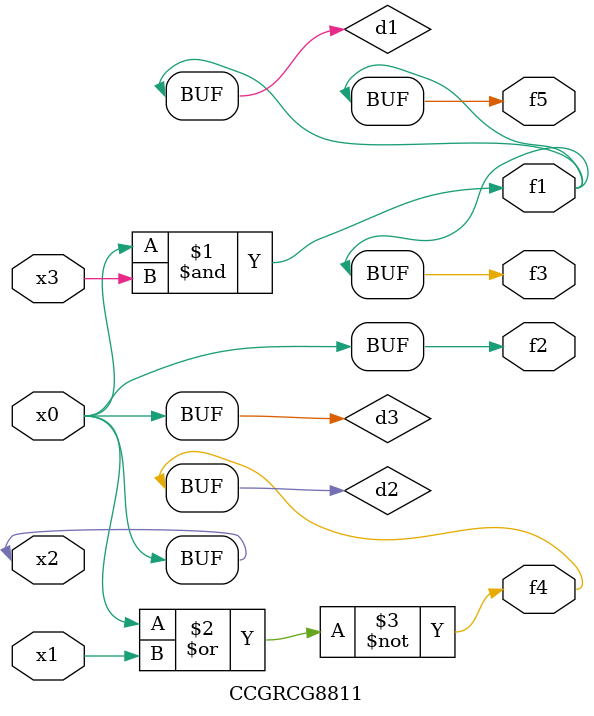
<source format=v>
module CCGRCG8811(
	input x0, x1, x2, x3,
	output f1, f2, f3, f4, f5
);

	wire d1, d2, d3;

	and (d1, x2, x3);
	nor (d2, x0, x1);
	buf (d3, x0, x2);
	assign f1 = d1;
	assign f2 = d3;
	assign f3 = d1;
	assign f4 = d2;
	assign f5 = d1;
endmodule

</source>
